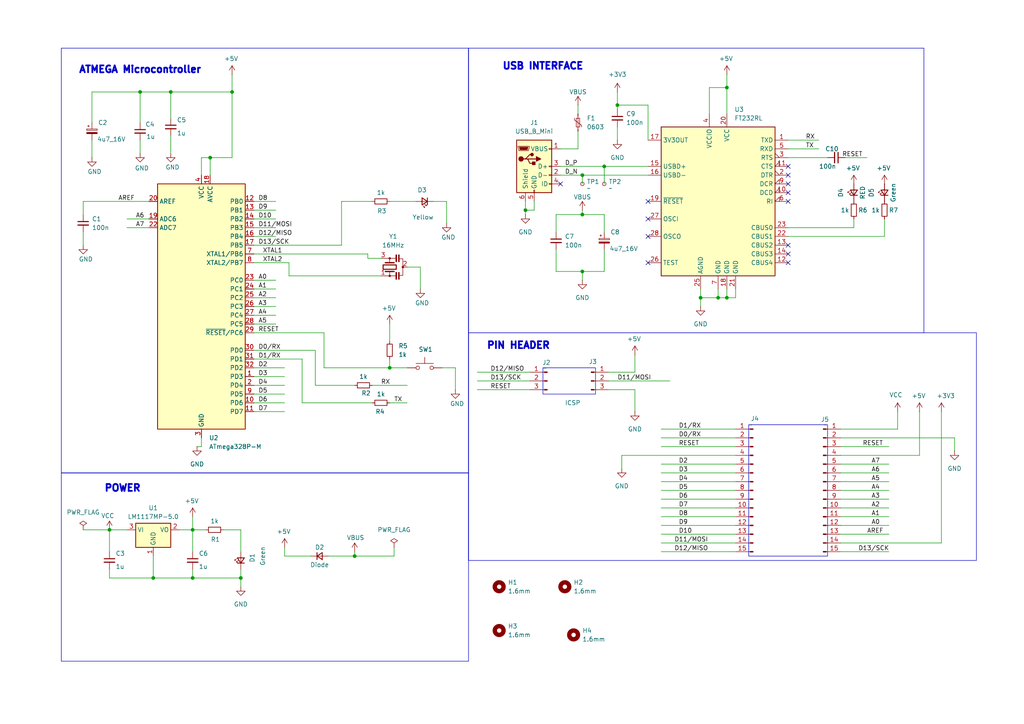
<source format=kicad_sch>
(kicad_sch (version 20231120) (generator "eeschema") (generator_version "8.0")
  (paper "A4")
  (lib_symbols
    (symbol "Connector:Conn_01x03_Pin" (pin_names (offset 1.016) hide)
      (property "Reference" "J" (at 0 5.08 0))
      (property "Value" "Conn_01x03_Pin" (at 0 -5.08 0))
      (symbol "Conn_01x03_Pin_1_1"
        (pin passive line (at 5.08 2.54 180) (length 3.81) (name "Pin_1") (number "1"))
        (pin passive line (at 5.08 0 180) (length 3.81) (name "Pin_2") (number "2"))
        (pin passive line (at 5.08 -2.54 180) (length 3.81) (name "Pin_3") (number "3"))
      )
    )
    (symbol "Connector:Conn_01x15_Pin" (pin_names (offset 1.016) hide)
      (property "Reference" "J" (at 0 20.32 0))
      (property "Value" "Conn_01x15_Pin" (at 0 -20.32 0))
      (symbol "Conn_01x15_Pin_1_1"
        (pin passive line (at 5.08 17.78 180) (length 3.81) (name "Pin_1") (number "1"))
        (pin passive line (at 5.08 -5.08 180) (length 3.81) (name "Pin_10") (number "10"))
        (pin passive line (at 5.08 -7.62 180) (length 3.81) (name "Pin_11") (number "11"))
        (pin passive line (at 5.08 -10.16 180) (length 3.81) (name "Pin_12") (number "12"))
        (pin passive line (at 5.08 -12.7 180) (length 3.81) (name "Pin_13") (number "13"))
        (pin passive line (at 5.08 -15.24 180) (length 3.81) (name "Pin_14") (number "14"))
        (pin passive line (at 5.08 -17.78 180) (length 3.81) (name "Pin_15") (number "15"))
        (pin passive line (at 5.08 15.24 180) (length 3.81) (name "Pin_2") (number "2"))
        (pin passive line (at 5.08 12.7 180) (length 3.81) (name "Pin_3") (number "3"))
        (pin passive line (at 5.08 10.16 180) (length 3.81) (name "Pin_4") (number "4"))
        (pin passive line (at 5.08 7.62 180) (length 3.81) (name "Pin_5") (number "5"))
        (pin passive line (at 5.08 5.08 180) (length 3.81) (name "Pin_6") (number "6"))
        (pin passive line (at 5.08 2.54 180) (length 3.81) (name "Pin_7") (number "7"))
        (pin passive line (at 5.08 0 180) (length 3.81) (name "Pin_8") (number "8"))
        (pin passive line (at 5.08 -2.54 180) (length 3.81) (name "Pin_9") (number "9"))
      )
    )
    (symbol "Connector:TestPoint_Small" (pin_numbers hide) (pin_names (offset 0.762) hide)
      (property "Reference" "TP" (at 0 3.81 0))
      (property "Value" "TestPoint_Small" (at 0 2.032 0))
      (symbol "TestPoint_Small_1_1"
        (pin passive line (at 0 0 90) (length 0) (name "1") (number "1"))
      )
    )
    (symbol "Connector:USB_B_Mini" (pin_names (offset 1.016))
      (property "Reference" "J" (at -5.08 11.43 0))
      (property "Value" "USB_B_Mini" (at -5.08 8.89 0))
      (symbol "USB_B_Mini_1_1"
        (pin power_out line (at 7.62 5.08 180) (length 2.54) (name "VBUS") (number "1"))
        (pin bidirectional line (at 7.62 -2.54 180) (length 2.54) (name "D-") (number "2"))
        (pin bidirectional line (at 7.62 0 180) (length 2.54) (name "D+") (number "3"))
        (pin passive line (at 7.62 -5.08 180) (length 2.54) (name "ID") (number "4"))
        (pin power_out line (at 0 -10.16 90) (length 2.54) (name "GND") (number "5"))
        (pin passive line (at -2.54 -10.16 90) (length 2.54) (name "Shield") (number "6"))
      )
    )
    (symbol "Device:C_Polarized_Small" (pin_numbers hide) (pin_names (offset 0.254) hide)
      (property "Reference" "C" (at 0.254 1.778 0))
      (property "Value" "C_Polarized_Small" (at 0.254 -2.032 0))
      (symbol "C_Polarized_Small_1_1"
        (pin passive line (at 0 2.54 270) (length 1.8542) (name "~") (number "1"))
        (pin passive line (at 0 -2.54 90) (length 1.8542) (name "~") (number "2"))
      )
    )
    (symbol "Device:C_Small" (pin_numbers hide) (pin_names (offset 0.254) hide)
      (property "Reference" "C" (at 0.254 1.778 0))
      (property "Value" "C_Small" (at 0.254 -2.032 0))
      (symbol "C_Small_1_1"
        (pin passive line (at 0 2.54 270) (length 2.032) (name "~") (number "1"))
        (pin passive line (at 0 -2.54 90) (length 2.032) (name "~") (number "2"))
      )
    )
    (symbol "Device:D_Small" (pin_numbers hide) (pin_names (offset 0.254) hide)
      (property "Reference" "D" (at -1.27 2.032 0))
      (property "Value" "D_Small" (at -3.81 -2.032 0))
      (symbol "D_Small_1_1"
        (pin passive line (at -2.54 0 0) (length 1.778) (name "K") (number "1"))
        (pin passive line (at 2.54 0 180) (length 1.778) (name "A") (number "2"))
      )
    )
    (symbol "Device:LED_Small" (pin_numbers hide) (pin_names (offset 0.254) hide)
      (property "Reference" "D" (at -1.27 3.175 0))
      (property "Value" "LED_Small" (at -4.445 -2.54 0))
      (symbol "LED_Small_1_1"
        (pin passive line (at -2.54 0 0) (length 1.778) (name "K") (number "1"))
        (pin passive line (at 2.54 0 180) (length 1.778) (name "A") (number "2"))
      )
    )
    (symbol "Device:Polyfuse_Small" (pin_numbers hide) (pin_names (offset 0))
      (property "Reference" "F" (at -1.905 0 90))
      (property "Value" "Polyfuse_Small" (at 1.905 0 90))
      (symbol "Polyfuse_Small_1_1"
        (pin passive line (at 0 2.54 270) (length 0.635) (name "~") (number "1"))
        (pin passive line (at 0 -2.54 90) (length 0.635) (name "~") (number "2"))
      )
    )
    (symbol "Device:R_Small" (pin_numbers hide) (pin_names (offset 0.254) hide)
      (property "Reference" "R" (at 0.762 0.508 0))
      (property "Value" "R_Small" (at 0.762 -1.016 0))
      (symbol "R_Small_1_1"
        (pin passive line (at 0 2.54 270) (length 0.762) (name "~") (number "1"))
        (pin passive line (at 0 -2.54 90) (length 0.762) (name "~") (number "2"))
      )
    )
    (symbol "Device:Resonator_Small" (pin_names (offset 1.016) hide)
      (property "Reference" "Y" (at 3.175 1.905 0))
      (property "Value" "Resonator_Small" (at 3.175 0 0))
      (symbol "Resonator_Small_1_1"
        (pin passive line (at -2.54 2.54 270) (length 1.27) (name "1") (number "1"))
        (pin passive line (at 0 -5.08 90) (length 1.27) (name "2") (number "2"))
        (pin passive line (at 2.54 2.54 270) (length 1.27) (name "3") (number "3"))
      )
    )
    (symbol "Interface_USB:FT232RL"
      (property "Reference" "U" (at -16.51 22.86 0))
      (property "Value" "FT232RL" (at 10.16 22.86 0))
      (symbol "FT232RL_1_1"
        (pin output line (at 20.32 17.78 180) (length 3.81) (name "TXD") (number "1"))
        (pin input input_low (at 20.32 2.54 180) (length 3.81) (name "DCD") (number "10"))
        (pin input input_low (at 20.32 10.16 180) (length 3.81) (name "CTS") (number "11"))
        (pin bidirectional line (at 20.32 -17.78 180) (length 3.81) (name "CBUS4") (number "12"))
        (pin bidirectional line (at 20.32 -12.7 180) (length 3.81) (name "CBUS2") (number "13"))
        (pin bidirectional line (at 20.32 -15.24 180) (length 3.81) (name "CBUS3") (number "14"))
        (pin bidirectional line (at -20.32 10.16 0) (length 3.81) (name "USBD+") (number "15"))
        (pin bidirectional line (at -20.32 7.62 0) (length 3.81) (name "USBD-") (number "16"))
        (pin power_out line (at -20.32 17.78 0) (length 3.81) (name "3V3OUT") (number "17"))
        (pin power_in line (at 2.54 -25.4 90) (length 3.81) (name "GND") (number "18"))
        (pin input line (at -20.32 0 0) (length 3.81) (name "~{RESET}") (number "19"))
        (pin output output_low (at 20.32 7.62 180) (length 3.81) (name "DTR") (number "2"))
        (pin power_in line (at 2.54 25.4 270) (length 3.81) (name "VCC") (number "20"))
        (pin power_in line (at 5.08 -25.4 90) (length 3.81) (name "GND") (number "21"))
        (pin bidirectional line (at 20.32 -10.16 180) (length 3.81) (name "CBUS1") (number "22"))
        (pin bidirectional line (at 20.32 -7.62 180) (length 3.81) (name "CBUS0") (number "23"))
        (pin power_in line (at -5.08 -25.4 90) (length 3.81) (name "AGND") (number "25"))
        (pin input line (at -20.32 -17.78 0) (length 3.81) (name "TEST") (number "26"))
        (pin input line (at -20.32 -5.08 0) (length 3.81) (name "OSCI") (number "27"))
        (pin output line (at -20.32 -10.16 0) (length 3.81) (name "OSCO") (number "28"))
        (pin output output_low (at 20.32 12.7 180) (length 3.81) (name "RTS") (number "3"))
        (pin power_in line (at -2.54 25.4 270) (length 3.81) (name "VCCIO") (number "4"))
        (pin input line (at 20.32 15.24 180) (length 3.81) (name "RXD") (number "5"))
        (pin input input_low (at 20.32 0 180) (length 3.81) (name "RI") (number "6"))
        (pin power_in line (at 0 -25.4 90) (length 3.81) (name "GND") (number "7"))
        (pin input input_low (at 20.32 5.08 180) (length 3.81) (name "DCR") (number "9"))
      )
    )
    (symbol "MCU_Microchip_ATmega:ATmega328P-M"
      (property "Reference" "U" (at -12.7 36.83 0))
      (property "Value" "ATmega328P-M" (at 2.54 -36.83 0))
      (symbol "ATmega328P-M_1_1"
        (pin bidirectional line (at 15.24 -20.32 180) (length 2.54) (name "PD3") (number "1"))
        (pin bidirectional line (at 15.24 -27.94 180) (length 2.54) (name "PD6") (number "10"))
        (pin bidirectional line (at 15.24 -30.48 180) (length 2.54) (name "PD7") (number "11"))
        (pin bidirectional line (at 15.24 30.48 180) (length 2.54) (name "PB0") (number "12"))
        (pin bidirectional line (at 15.24 27.94 180) (length 2.54) (name "PB1") (number "13"))
        (pin bidirectional line (at 15.24 25.4 180) (length 2.54) (name "PB2") (number "14"))
        (pin bidirectional line (at 15.24 22.86 180) (length 2.54) (name "PB3") (number "15"))
        (pin bidirectional line (at 15.24 20.32 180) (length 2.54) (name "PB4") (number "16"))
        (pin bidirectional line (at 15.24 17.78 180) (length 2.54) (name "PB5") (number "17"))
        (pin power_in line (at 2.54 38.1 270) (length 2.54) (name "AVCC") (number "18"))
        (pin input line (at -15.24 25.4 0) (length 2.54) (name "ADC6") (number "19"))
        (pin bidirectional line (at 15.24 -22.86 180) (length 2.54) (name "PD4") (number "2"))
        (pin passive line (at -15.24 30.48 0) (length 2.54) (name "AREF") (number "20"))
        (pin passive line (at 0 -38.1 90) (length 2.54) hide (name "GND") (number "21"))
        (pin input line (at -15.24 22.86 0) (length 2.54) (name "ADC7") (number "22"))
        (pin bidirectional line (at 15.24 7.62 180) (length 2.54) (name "PC0") (number "23"))
        (pin bidirectional line (at 15.24 5.08 180) (length 2.54) (name "PC1") (number "24"))
        (pin bidirectional line (at 15.24 2.54 180) (length 2.54) (name "PC2") (number "25"))
        (pin bidirectional line (at 15.24 0 180) (length 2.54) (name "PC3") (number "26"))
        (pin bidirectional line (at 15.24 -2.54 180) (length 2.54) (name "PC4") (number "27"))
        (pin bidirectional line (at 15.24 -5.08 180) (length 2.54) (name "PC5") (number "28"))
        (pin bidirectional line (at 15.24 -7.62 180) (length 2.54) (name "~{RESET}/PC6") (number "29"))
        (pin power_in line (at 0 -38.1 90) (length 2.54) (name "GND") (number "3"))
        (pin bidirectional line (at 15.24 -12.7 180) (length 2.54) (name "PD0") (number "30"))
        (pin bidirectional line (at 15.24 -15.24 180) (length 2.54) (name "PD1") (number "31"))
        (pin bidirectional line (at 15.24 -17.78 180) (length 2.54) (name "PD2") (number "32"))
        (pin passive line (at 0 -38.1 90) (length 2.54) hide (name "GND") (number "33"))
        (pin power_in line (at 0 38.1 270) (length 2.54) (name "VCC") (number "4"))
        (pin passive line (at 0 -38.1 90) (length 2.54) hide (name "GND") (number "5"))
        (pin passive line (at 0 38.1 270) (length 2.54) hide (name "VCC") (number "6"))
        (pin bidirectional line (at 15.24 15.24 180) (length 2.54) (name "XTAL1/PB6") (number "7"))
        (pin bidirectional line (at 15.24 12.7 180) (length 2.54) (name "XTAL2/PB7") (number "8"))
        (pin bidirectional line (at 15.24 -25.4 180) (length 2.54) (name "PD5") (number "9"))
      )
    )
    (symbol "Mechanical:MountingHole" (pin_names (offset 1.016)) (exclude_from_sim yes) (in_bom no)
      (property "Reference" "H" (at 0 5.08 0))
      (property "Value" "MountingHole" (at 0 3.175 0))
    )
    (symbol "Regulator_Linear:LM1117MP-5.0"
      (property "Reference" "U" (at -3.81 3.175 0))
      (property "Value" "LM1117MP-5.0" (at 0 3.175 0))
      (symbol "LM1117MP-5.0_1_1"
        (pin power_in line (at 0 -7.62 90) (length 2.54) (name "GND") (number "1"))
        (pin power_out line (at 7.62 0 180) (length 2.54) (name "VO") (number "2"))
        (pin power_in line (at -7.62 0 0) (length 2.54) (name "VI") (number "3"))
      )
    )
    (symbol "Switch:SW_Push" (pin_numbers hide) (pin_names (offset 1.016) hide)
      (property "Reference" "SW" (at 1.27 2.54 0))
      (property "Value" "SW_Push" (at 0 -1.524 0))
      (symbol "SW_Push_0_1"
        (pin passive line (at -5.08 0 0) (length 2.54) (name "1") (number "1"))
        (pin passive line (at 5.08 0 180) (length 2.54) (name "2") (number "2"))
      )
    )
    (symbol "power:+3V3" (power) (pin_numbers hide) (pin_names (offset 0) hide)
      (property "Value" "+3V3" (at 0 3.556 0))
      (symbol "+3V3_1_1"
        (pin power_in line (at 0 0 90) (length 0) (name "~") (number "1"))
      )
    )
    (symbol "power:+5V" (power) (pin_numbers hide) (pin_names (offset 0) hide)
      (property "Value" "+5V" (at 0 3.556 0))
      (symbol "+5V_1_1"
        (pin power_in line (at 0 0 90) (length 0) (name "~") (number "1"))
      )
    )
    (symbol "power:GND" (power) (pin_numbers hide) (pin_names (offset 0) hide)
      (property "Value" "GND" (at 0 -3.81 0))
      (symbol "GND_1_1"
        (pin power_in line (at 0 0 270) (length 0) (name "~") (number "1"))
      )
    )
    (symbol "power:PWR_FLAG" (power) (pin_numbers hide) (pin_names (offset 0) hide)
      (property "Value" "PWR_FLAG" (at 0 3.81 0))
      (symbol "PWR_FLAG_0_0"
        (pin power_out line (at 0 0 90) (length 0) (name "~") (number "1"))
      )
    )
    (symbol "power:VBUS" (power) (pin_numbers hide) (pin_names (offset 0) hide)
      (property "Value" "VBUS" (at 0 3.556 0))
      (symbol "VBUS_1_1"
        (pin power_in line (at 0 0 90) (length 0) (name "~") (number "1"))
      )
    )
    (symbol "power:VCC" (power) (pin_numbers hide) (pin_names (offset 0) hide)
      (property "Value" "VCC" (at 0 3.556 0))
      (symbol "VCC_1_1"
        (pin power_in line (at 0 0 90) (length 0) (name "~") (number "1"))
      )
    )
  )
  (junction (at 168.91 78.74))
  (junction (at 203.2 86.36))
  (junction (at 210.82 25.4))
  (junction (at 69.85 167.64))
  (junction (at 168.91 50.8))
  (junction (at 113.03 106.68))
  (junction (at 31.75 153.67))
  (junction (at 40.64 26.67))
  (junction (at 210.82 86.36))
  (junction (at 55.88 153.67))
  (junction (at 49.53 26.67))
  (junction (at 102.87 161.29))
  (junction (at 55.88 167.64))
  (junction (at 44.45 167.64))
  (junction (at 208.28 86.36))
  (junction (at 175.26 48.26))
  (junction (at 152.4 60.96))
  (junction (at 60.96 45.72))
  (junction (at 179.07 30.48))
  (junction (at 168.91 62.23))
  (junction (at 67.31 26.67))
  (no_connect (at 228.6 55.88))
  (no_connect (at 187.96 58.42))
  (no_connect (at 228.6 50.8))
  (no_connect (at 228.6 53.34))
  (no_connect (at 187.96 76.2))
  (no_connect (at 228.6 71.12))
  (no_connect (at 187.96 63.5))
  (no_connect (at 228.6 48.26))
  (no_connect (at 228.6 73.66))
  (no_connect (at 228.6 76.2))
  (no_connect (at 228.6 58.42))
  (no_connect (at 162.56 53.34))
  (no_connect (at 187.96 68.58))
  (wire (pts (xy 107.95 111.76) (xy 118.11 111.76)))
  (wire (pts (xy 102.87 161.29) (xy 95.25 161.29)))
  (wire (pts (xy 55.88 165.1) (xy 55.88 167.64)))
  (wire (pts (xy 243.84 157.48) (xy 273.05 157.48)))
  (wire (pts (xy 243.84 129.54) (xy 257.81 129.54)))
  (wire (pts (xy 125.73 58.42) (xy 129.54 58.42)))
  (wire (pts (xy 138.43 113.03) (xy 153.67 113.03)))
  (wire (pts (xy 210.82 25.4) (xy 205.74 25.4)))
  (wire (pts (xy 73.66 93.98) (xy 80.01 93.98)))
  (wire (pts (xy 176.53 113.03) (xy 184.15 113.03)))
  (wire (pts (xy 73.66 119.38) (xy 82.55 119.38)))
  (wire (pts (xy 161.29 78.74) (xy 168.91 78.74)))
  (wire (pts (xy 167.64 43.18) (xy 162.56 43.18)))
  (wire (pts (xy 73.66 60.96) (xy 80.01 60.96)))
  (wire (pts (xy 121.92 77.47) (xy 121.92 83.82)))
  (wire (pts (xy 191.77 152.4) (xy 213.36 152.4)))
  (wire (pts (xy 260.35 124.46) (xy 260.35 119.38)))
  (wire (pts (xy 40.64 26.67) (xy 40.64 35.56)))
  (wire (pts (xy 58.42 45.72) (xy 60.96 45.72)))
  (wire (pts (xy 168.91 50.8) (xy 187.96 50.8)))
  (wire (pts (xy 175.26 78.74) (xy 175.26 72.39)))
  (wire (pts (xy 161.29 67.31) (xy 161.29 62.23)))
  (wire (pts (xy 129.54 58.42) (xy 129.54 64.77)))
  (wire (pts (xy 247.65 66.04) (xy 247.65 63.5)))
  (wire (pts (xy 203.2 83.82) (xy 203.2 86.36)))
  (wire (pts (xy 179.07 36.83) (xy 179.07 40.64)))
  (wire (pts (xy 73.66 111.76) (xy 82.55 111.76)))
  (wire (pts (xy 243.84 132.08) (xy 266.7 132.08)))
  (wire (pts (xy 49.53 39.37) (xy 49.53 44.45)))
  (wire (pts (xy 73.66 109.22) (xy 82.55 109.22)))
  (wire (pts (xy 73.66 106.68) (xy 82.55 106.68)))
  (wire (pts (xy 266.7 119.38) (xy 266.7 132.08)))
  (wire (pts (xy 49.53 26.67) (xy 49.53 34.29)))
  (wire (pts (xy 73.66 71.12) (xy 99.06 71.12)))
  (wire (pts (xy 191.77 144.78) (xy 213.36 144.78)))
  (wire (pts (xy 73.66 116.84) (xy 82.55 116.84)))
  (wire (pts (xy 168.91 50.8) (xy 168.91 53.34)))
  (wire (pts (xy 154.94 60.96) (xy 152.4 60.96)))
  (wire (pts (xy 243.84 139.7) (xy 257.81 139.7)))
  (wire (pts (xy 191.77 127) (xy 213.36 127)))
  (wire (pts (xy 118.11 77.47) (xy 121.92 77.47)))
  (wire (pts (xy 93.98 106.68) (xy 113.03 106.68)))
  (wire (pts (xy 213.36 160.02) (xy 191.77 160.02)))
  (wire (pts (xy 168.91 60.96) (xy 168.91 62.23)))
  (wire (pts (xy 175.26 48.26) (xy 187.96 48.26)))
  (wire (pts (xy 243.84 127) (xy 276.86 127)))
  (wire (pts (xy 99.06 58.42) (xy 107.95 58.42)))
  (wire (pts (xy 205.74 25.4) (xy 205.74 33.02)))
  (wire (pts (xy 67.31 26.67) (xy 49.53 26.67)))
  (wire (pts (xy 44.45 161.29) (xy 44.45 167.64)))
  (wire (pts (xy 113.03 106.68) (xy 118.11 106.68)))
  (wire (pts (xy 243.84 144.78) (xy 257.81 144.78)))
  (wire (pts (xy 191.77 134.62) (xy 213.36 134.62)))
  (wire (pts (xy 243.84 154.94) (xy 257.81 154.94)))
  (wire (pts (xy 69.85 160.02) (xy 69.85 153.67)))
  (wire (pts (xy 175.26 48.26) (xy 175.26 53.34)))
  (wire (pts (xy 184.15 107.95) (xy 184.15 102.87)))
  (wire (pts (xy 73.66 63.5) (xy 80.01 63.5)))
  (wire (pts (xy 208.28 83.82) (xy 208.28 86.36)))
  (wire (pts (xy 113.03 58.42) (xy 120.65 58.42)))
  (wire (pts (xy 256.54 68.58) (xy 256.54 63.5)))
  (wire (pts (xy 73.66 58.42) (xy 80.01 58.42)))
  (wire (pts (xy 114.3 161.29) (xy 102.87 161.29)))
  (wire (pts (xy 228.6 43.18) (xy 237.49 43.18)))
  (wire (pts (xy 228.6 68.58) (xy 256.54 68.58)))
  (wire (pts (xy 55.88 153.67) (xy 55.88 160.02)))
  (wire (pts (xy 90.17 161.29) (xy 82.55 161.29)))
  (wire (pts (xy 243.84 147.32) (xy 257.81 147.32)))
  (wire (pts (xy 180.34 132.08) (xy 180.34 135.89)))
  (wire (pts (xy 55.88 167.64) (xy 69.85 167.64)))
  (wire (pts (xy 102.87 160.02) (xy 102.87 161.29)))
  (wire (pts (xy 243.84 124.46) (xy 260.35 124.46)))
  (wire (pts (xy 67.31 45.72) (xy 67.31 26.67)))
  (wire (pts (xy 162.56 50.8) (xy 168.91 50.8)))
  (wire (pts (xy 73.66 83.82) (xy 80.01 83.82)))
  (wire (pts (xy 87.63 116.84) (xy 107.95 116.84)))
  (wire (pts (xy 73.66 88.9) (xy 80.01 88.9)))
  (wire (pts (xy 138.43 110.49) (xy 153.67 110.49)))
  (wire (pts (xy 210.82 83.82) (xy 210.82 86.36)))
  (wire (pts (xy 55.88 153.67) (xy 59.69 153.67)))
  (wire (pts (xy 40.64 40.64) (xy 40.64 44.45)))
  (wire (pts (xy 152.4 58.42) (xy 152.4 60.96)))
  (wire (pts (xy 31.75 153.67) (xy 36.83 153.67)))
  (wire (pts (xy 179.07 26.67) (xy 179.07 30.48)))
  (wire (pts (xy 31.75 165.1) (xy 31.75 167.64)))
  (wire (pts (xy 152.4 60.96) (xy 152.4 62.23)))
  (wire (pts (xy 161.29 62.23) (xy 168.91 62.23)))
  (wire (pts (xy 91.44 111.76) (xy 102.87 111.76)))
  (wire (pts (xy 154.94 58.42) (xy 154.94 60.96)))
  (wire (pts (xy 175.26 62.23) (xy 175.26 67.31)))
  (wire (pts (xy 31.75 167.64) (xy 44.45 167.64)))
  (wire (pts (xy 243.84 142.24) (xy 257.81 142.24)))
  (wire (pts (xy 73.66 81.28) (xy 80.01 81.28)))
  (wire (pts (xy 83.82 80.01) (xy 110.49 80.01)))
  (wire (pts (xy 58.42 127) (xy 58.42 129.54)))
  (wire (pts (xy 167.64 30.48) (xy 167.64 33.02)))
  (wire (pts (xy 228.6 45.72) (xy 240.03 45.72)))
  (wire (pts (xy 73.66 86.36) (xy 80.01 86.36)))
  (wire (pts (xy 203.2 86.36) (xy 203.2 88.9)))
  (wire (pts (xy 60.96 45.72) (xy 67.31 45.72)))
  (wire (pts (xy 67.31 21.59) (xy 67.31 26.67)))
  (wire (pts (xy 26.67 26.67) (xy 26.67 35.56)))
  (wire (pts (xy 113.03 93.98) (xy 113.03 99.06)))
  (wire (pts (xy 58.42 50.8) (xy 58.42 45.72)))
  (wire (pts (xy 161.29 72.39) (xy 161.29 78.74)))
  (wire (pts (xy 276.86 127) (xy 276.86 130.81)))
  (wire (pts (xy 114.3 158.75) (xy 114.3 161.29)))
  (wire (pts (xy 106.68 74.93) (xy 110.49 74.93)))
  (wire (pts (xy 213.36 86.36) (xy 210.82 86.36)))
  (wire (pts (xy 210.82 33.02) (xy 210.82 25.4)))
  (wire (pts (xy 191.77 157.48) (xy 213.36 157.48)))
  (wire (pts (xy 73.66 91.44) (xy 80.01 91.44)))
  (wire (pts (xy 43.18 58.42) (xy 24.13 58.42)))
  (wire (pts (xy 176.53 107.95) (xy 184.15 107.95)))
  (wire (pts (xy 179.07 30.48) (xy 187.96 30.48)))
  (wire (pts (xy 69.85 153.67) (xy 64.77 153.67)))
  (wire (pts (xy 55.88 149.86) (xy 55.88 153.67)))
  (wire (pts (xy 243.84 160.02) (xy 257.81 160.02)))
  (wire (pts (xy 73.66 76.2) (xy 83.82 76.2)))
  (wire (pts (xy 52.07 153.67) (xy 55.88 153.67)))
  (wire (pts (xy 273.05 119.38) (xy 273.05 157.48)))
  (wire (pts (xy 251.46 45.72) (xy 245.11 45.72)))
  (wire (pts (xy 191.77 154.94) (xy 213.36 154.94)))
  (wire (pts (xy 83.82 80.01) (xy 83.82 76.2)))
  (wire (pts (xy 184.15 113.03) (xy 184.15 119.38)))
  (wire (pts (xy 36.83 66.04) (xy 43.18 66.04)))
  (wire (pts (xy 69.85 165.1) (xy 69.85 167.64)))
  (wire (pts (xy 138.43 107.95) (xy 153.67 107.95)))
  (wire (pts (xy 73.66 66.04) (xy 80.01 66.04)))
  (wire (pts (xy 191.77 139.7) (xy 213.36 139.7)))
  (wire (pts (xy 213.36 83.82) (xy 213.36 86.36)))
  (wire (pts (xy 73.66 96.52) (xy 93.98 96.52)))
  (wire (pts (xy 73.66 104.14) (xy 87.63 104.14)))
  (wire (pts (xy 243.84 149.86) (xy 257.81 149.86)))
  (wire (pts (xy 168.91 78.74) (xy 168.91 81.28)))
  (wire (pts (xy 208.28 86.36) (xy 203.2 86.36)))
  (wire (pts (xy 60.96 50.8) (xy 60.96 45.72)))
  (wire (pts (xy 24.13 58.42) (xy 24.13 62.23)))
  (wire (pts (xy 210.82 86.36) (xy 208.28 86.36)))
  (wire (pts (xy 26.67 40.64) (xy 26.67 45.72)))
  (wire (pts (xy 31.75 153.67) (xy 31.75 160.02)))
  (wire (pts (xy 99.06 71.12) (xy 99.06 58.42)))
  (wire (pts (xy 168.91 78.74) (xy 175.26 78.74)))
  (wire (pts (xy 73.66 114.3) (xy 82.55 114.3)))
  (wire (pts (xy 113.03 104.14) (xy 113.03 106.68)))
  (wire (pts (xy 106.68 73.66) (xy 106.68 74.93)))
  (wire (pts (xy 191.77 147.32) (xy 213.36 147.32)))
  (wire (pts (xy 191.77 124.46) (xy 213.36 124.46)))
  (wire (pts (xy 191.77 142.24) (xy 213.36 142.24)))
  (wire (pts (xy 40.64 26.67) (xy 26.67 26.67)))
  (wire (pts (xy 168.91 62.23) (xy 175.26 62.23)))
  (wire (pts (xy 191.77 149.86) (xy 213.36 149.86)))
  (wire (pts (xy 162.56 48.26) (xy 175.26 48.26)))
  (wire (pts (xy 228.6 40.64) (xy 237.49 40.64)))
  (wire (pts (xy 24.13 153.67) (xy 31.75 153.67)))
  (wire (pts (xy 113.03 116.84) (xy 118.11 116.84)))
  (wire (pts (xy 210.82 21.59) (xy 210.82 25.4)))
  (wire (pts (xy 73.66 101.6) (xy 91.44 101.6)))
  (wire (pts (xy 87.63 104.14) (xy 87.63 116.84)))
  (wire (pts (xy 167.64 43.18) (xy 167.64 38.1)))
  (wire (pts (xy 73.66 68.58) (xy 80.01 68.58)))
  (wire (pts (xy 44.45 167.64) (xy 55.88 167.64)))
  (wire (pts (xy 132.08 106.68) (xy 128.27 106.68)))
  (wire (pts (xy 69.85 167.64) (xy 69.85 170.18)))
  (wire (pts (xy 93.98 106.68) (xy 93.98 96.52)))
  (wire (pts (xy 132.08 113.03) (xy 132.08 106.68)))
  (wire (pts (xy 82.55 161.29) (xy 82.55 158.75)))
  (wire (pts (xy 24.13 67.31) (xy 24.13 71.12)))
  (wire (pts (xy 191.77 137.16) (xy 213.36 137.16)))
  (wire (pts (xy 180.34 132.08) (xy 213.36 132.08)))
  (wire (pts (xy 243.84 137.16) (xy 257.81 137.16)))
  (wire (pts (xy 36.83 63.5) (xy 43.18 63.5)))
  (wire (pts (xy 228.6 66.04) (xy 247.65 66.04)))
  (wire (pts (xy 57.15 129.54) (xy 58.42 129.54)))
  (wire (pts (xy 176.53 110.49) (xy 194.31 110.49)))
  (wire (pts (xy 91.44 101.6) (xy 91.44 111.76)))
  (wire (pts (xy 243.84 134.62) (xy 257.81 134.62)))
  (wire (pts (xy 243.84 152.4) (xy 257.81 152.4)))
  (wire (pts (xy 49.53 26.67) (xy 40.64 26.67)))
  (wire (pts (xy 191.77 129.54) (xy 213.36 129.54)))
  (wire (pts (xy 73.66 73.66) (xy 106.68 73.66)))
  (wire (pts (xy 179.07 30.48) (xy 179.07 31.75)))
  (wire (pts (xy 187.96 30.48) (xy 187.96 40.64)))
  (rectangle (start 135.89 13.97) (end 267.97 96.52))
  (rectangle (start 17.78 13.97) (end 135.89 137.16))
  (rectangle (start 217.17 123.19) (end 240.03 161.29))
  (rectangle (start 17.78 137.16) (end 135.89 191.77))
  (rectangle (start 157.48 106.68) (end 172.72 114.3))
  (rectangle (start 135.89 96.52) (end 283.21 162.56))
  (text "ATMEGA Microcontroller" (at 40.64 20.32 0) (effects (font (size 2 2) (thickness 0.5) (bold yes))))
  (text "PIN HEADER" (at 150.368 100.33 0) (effects (font (size 2 2) (thickness 0.5) (bold yes))))
  (text "USB INTERFACE" (at 157.48 19.304 0) (effects (font (size 2 2) (thickness 0.5) (bold yes))))
  (text "POWER" (at 35.56 141.732 0) (effects (font (size 2 2) (thickness 0.5) (bold yes))))
  (label "RESET" (at 74.93 96.52 0))
  (label "D4" (at 74.93 111.76 0))
  (label "RX" (at 233.68 40.64 0))
  (label "A2" (at 74.93 86.36 0))
  (label "AREF" (at 251.46 154.94 0))
  (label "D8" (at 74.93 58.42 0))
  (label "D13{slash}SCK" (at 142.24 110.49 0))
  (label "D1{slash}RX" (at 196.85 124.46 0))
  (label "A5" (at 74.93 93.98 0))
  (label "D9" (at 74.93 60.96 0))
  (label "D12{slash}MISO" (at 142.24 107.95 0))
  (label "A2" (at 252.73 147.32 0))
  (label "D12{slash}MISO" (at 195.58 160.02 0))
  (label "D9" (at 196.85 152.4 0))
  (label "D7" (at 74.93 119.38 0))
  (label "D_P" (at 163.83 48.26 0))
  (label "D10" (at 74.93 63.5 0))
  (label "A1" (at 74.93 83.82 0))
  (label "D2" (at 74.93 106.68 0))
  (label "A7" (at 39.37 66.04 0))
  (label "D11{slash}MOSI" (at 179.07 110.49 0))
  (label "RESET" (at 250.19 45.72 180))
  (label "A3" (at 252.73 144.78 0))
  (label "D4" (at 196.85 139.7 0))
  (label "XTAL1" (at 76.2 73.66 0))
  (label "A1" (at 252.73 149.86 0))
  (label "XTAL2" (at 76.2 76.2 0))
  (label "D0{slash}RX" (at 196.85 127 0))
  (label "D3" (at 74.93 109.22 0))
  (label "D6" (at 74.93 116.84 0))
  (label "D2" (at 196.85 134.62 0))
  (label "D7" (at 196.85 147.32 0))
  (label "A3" (at 74.93 88.9 0))
  (label "A5" (at 252.73 139.7 0))
  (label "TX" (at 114.3 116.84 0))
  (label "D13{slash}SCK" (at 248.92 160.02 0))
  (label "D11{slash}MOSI" (at 74.93 66.04 0))
  (label "D3" (at 196.85 137.16 0))
  (label "D11{slash}MOSI" (at 195.58 157.48 0))
  (label "RESET" (at 142.24 113.03 0))
  (label "D13{slash}SCK" (at 74.93 71.12 0))
  (label "A0" (at 74.93 81.28 0))
  (label "D12{slash}MISO" (at 74.93 68.58 0))
  (label "TX" (at 233.68 43.18 0))
  (label "A4" (at 252.73 142.24 0))
  (label "D8" (at 196.85 149.86 0))
  (label "RX" (at 110.49 111.76 0))
  (label "D5" (at 196.85 142.24 0))
  (label "RESET" (at 196.85 129.54 0))
  (label "A7" (at 252.73 134.62 0))
  (label "AREF" (at 34.29 58.42 0))
  (label "D1{slash}RX" (at 74.93 104.14 0))
  (label "D_N" (at 163.83 50.8 0))
  (label "D0{slash}RX" (at 74.93 101.6 0))
  (label "A4" (at 74.93 91.44 0))
  (label "A6" (at 252.73 137.16 0))
  (label "D6" (at 196.85 144.78 0))
  (label "D10" (at 196.85 154.94 0))
  (label "D5" (at 74.93 114.3 0))
  (label "A0" (at 252.73 152.4 0))
  (label "RESET" (at 250.19 129.54 0))
  (label "A6" (at 39.37 63.5 0))
  (symbol (lib_id "Connector:USB_B_Mini") (at 154.94 48.26 0) (unit 1)
    (property "Reference" "J1" (at 154.94 35.56 0))
    (property "Value" "USB_B_Mini" (at 154.94 38.1 0))
    (property "Footprint" "Connector_USB:USB_Mini-B_Lumberg_2486_01_Horizontal" (effects (hide yes)))
    (property "Description" "USB Mini Type B connector" (effects (hide yes)))
  )
  (symbol (lib_id "Connector:Conn_01x15_Pin") (at 218.44 142.24 0) (mirror y) (unit 1)
    (property "Reference" "J4" (at 218.948 121.412 0))
    (property "Value" "~" (at 217.805 123.19 0))
    (property "Footprint" "Connector_PinHeader_2.54mm:PinHeader_1x15_P2.54mm_Vertical" (effects (hide yes)))
    (property "Description" "Generic connector, single row, 01x15, script generated" (effects (hide yes)))
  )
  (symbol (lib_id "Device:Polyfuse_Small") (at 167.64 35.56 0) (unit 1)
    (property "Reference" "F1" (at 170.18 34.2899 0) (effects (justify left)))
    (property "Value" "0603" (at 170.18 36.8299 0) (effects (justify left)))
    (property "Footprint" "Diode_SMD:D_0603_1608Metric" (effects (hide yes)))
    (property "Description" "Resettable fuse, polymeric positive temperature coefficient, small symbol" (effects (hide yes)))
  )
  (symbol (lib_id "power:GND") (at 168.91 81.28 0) (unit 1)
    (property "Reference" "#PWR019" (effects (hide yes)))
    (property "Value" "GND" (at 168.91 86.36 0))
    (property "Description" "Power symbol creates a global label with name \"GND\" , ground" (effects (hide yes)))
  )
  (symbol (lib_id "power:+5V") (at 266.7 119.38 0) (unit 1)
    (property "Reference" "#PWR030" (effects (hide yes)))
    (property "Value" "+5V" (at 266.446 114.808 0))
    (property "Description" "Power symbol creates a global label with name \"+5V\"" (effects (hide yes)))
  )
  (symbol (lib_id "power:+5V") (at 184.15 102.87 0) (unit 1)
    (property "Reference" "#PWR023" (effects (hide yes)))
    (property "Value" "+5V" (at 183.896 98.298 0))
    (property "Description" "Power symbol creates a global label with name \"+5V\"" (effects (hide yes)))
  )
  (symbol (lib_id "Connector:TestPoint_Small") (at 175.26 53.34 0) (unit 1)
    (property "Reference" "TP2" (at 176.53 52.7049 0) (effects (justify left)))
    (property "Value" "~" (at 176.53 54.61 0) (effects (justify left)))
    (property "Footprint" "TestPoint:TestPoint_Pad_D1.0mm" (effects (hide yes)))
    (property "Description" "test point" (effects (hide yes)))
  )
  (symbol (lib_id "Mechanical:MountingHole") (at 163.83 170.18 0) (unit 1) (exclude_from_sim yes) (in_bom no)
    (property "Reference" "H2" (at 166.37 168.9099 0) (effects (justify left)))
    (property "Value" "1.6mm" (at 166.37 171.4499 0) (effects (justify left)))
    (property "Footprint" "MountingHole:MountingHole_2mm" (effects (hide yes)))
    (property "Description" "Mounting Hole without connection" (effects (hide yes)))
  )
  (symbol (lib_id "power:GND") (at 184.15 119.38 0) (unit 1)
    (property "Reference" "#PWR024" (effects (hide yes)))
    (property "Value" "GND" (at 184.15 124.46 0))
    (property "Description" "Power symbol creates a global label with name \"GND\" , ground" (effects (hide yes)))
  )
  (symbol (lib_id "Device:C_Polarized_Small") (at 175.26 69.85 0) (unit 1)
    (property "Reference" "C8" (at 177.038 67.31 0) (effects (justify left)))
    (property "Value" "4u7_16V" (at 176.784 72.136 0) (effects (justify left)))
    (property "Footprint" "Capacitor_Tantalum_SMD:CP_EIA-3216-10_Kemet-I" (effects (hide yes)))
    (property "Description" "Polarized capacitor, small symbol" (effects (hide yes)))
  )
  (symbol (lib_id "Device:D_Small") (at 92.71 161.29 0) (unit 1)
    (property "Reference" "D2" (at 92.71 158.75 0))
    (property "Value" "Diode" (at 92.71 163.83 0))
    (property "Footprint" "Diode_SMD:D_MicroSMP_AK" (effects (hide yes)))
    (property "Description" "Diode, small symbol" (effects (hide yes)))
    (property "Sim.Device" "D" (effects (hide yes)))
    (property "Sim.Pins" "1=K 2=A" (effects (hide yes)))
  )
  (symbol (lib_id "Mechanical:MountingHole") (at 144.78 182.88 0) (unit 1) (exclude_from_sim yes) (in_bom no)
    (property "Reference" "H3" (at 147.32 181.6099 0) (effects (justify left)))
    (property "Value" "1.6mm" (at 147.32 184.1499 0) (effects (justify left)))
    (property "Footprint" "MountingHole:MountingHole_2mm" (effects (hide yes)))
    (property "Description" "Mounting Hole without connection" (effects (hide yes)))
  )
  (symbol (lib_id "power:GND") (at 129.54 64.77 0) (unit 1)
    (property "Reference" "#PWR014" (effects (hide yes)))
    (property "Value" "GND" (at 130.048 68.834 0))
    (property "Description" "Power symbol creates a global label with name \"GND\" , ground" (effects (hide yes)))
  )
  (symbol (lib_id "power:GND") (at 179.07 40.64 0) (unit 1)
    (property "Reference" "#PWR021" (effects (hide yes)))
    (property "Value" "GND" (at 179.07 45.72 0))
    (property "Description" "Power symbol creates a global label with name \"GND\" , ground" (effects (hide yes)))
  )
  (symbol (lib_id "power:+5V") (at 82.55 158.75 0) (unit 1)
    (property "Reference" "#PWR010" (effects (hide yes)))
    (property "Value" "+5V" (at 82.296 154.178 0))
    (property "Description" "Power symbol creates a global label with name \"+5V\"" (effects (hide yes)))
  )
  (symbol (lib_id "power:GND") (at 69.85 170.18 0) (unit 1)
    (property "Reference" "#PWR09" (effects (hide yes)))
    (property "Value" "GND" (at 69.85 175.26 0))
    (property "Description" "Power symbol creates a global label with name \"GND\" , ground" (effects (hide yes)))
  )
  (symbol (lib_id "power:VCC") (at 260.35 119.38 0) (unit 1)
    (property "Reference" "#PWR029" (effects (hide yes)))
    (property "Value" "VCC" (at 259.842 114.554 0))
    (property "Description" "Power symbol creates a global label with name \"VCC\"" (effects (hide yes)))
  )
  (symbol (lib_id "power:GND") (at 203.2 88.9 0) (unit 1)
    (property "Reference" "#PWR025" (effects (hide yes)))
    (property "Value" "GND" (at 203.2 93.98 0))
    (property "Description" "Power symbol creates a global label with name \"GND\" , ground" (effects (hide yes)))
  )
  (symbol (lib_id "power:+5V") (at 55.88 149.86 0) (unit 1)
    (property "Reference" "#PWR06" (effects (hide yes)))
    (property "Value" "+5V" (at 55.626 145.288 0))
    (property "Description" "Power symbol creates a global label with name \"+5V\"" (effects (hide yes)))
  )
  (symbol (lib_id "power:+5V") (at 67.31 21.59 0) (unit 1)
    (property "Reference" "#PWR08" (effects (hide yes)))
    (property "Value" "+5V" (at 67.056 17.018 0))
    (property "Description" "Power symbol creates a global label with name \"+5V\"" (effects (hide yes)))
  )
  (symbol (lib_id "Connector:Conn_01x15_Pin") (at 238.76 142.24 0) (unit 1)
    (property "Reference" "J5" (at 239.268 121.666 0))
    (property "Value" "~" (at 239.395 123.19 0))
    (property "Footprint" "Connector_PinHeader_2.54mm:PinHeader_1x15_P2.54mm_Vertical" (effects (hide yes)))
    (property "Description" "Generic connector, single row, 01x15, script generated" (effects (hide yes)))
  )
  (symbol (lib_id "Device:R_Small") (at 256.54 60.96 0) (unit 1)
    (property "Reference" "R7" (at 257.81 60.96 0) (effects (justify left)))
    (property "Value" "1k" (at 252.73 60.96 0) (effects (justify left)))
    (property "Footprint" "Resistor_SMD:R_0603_1608Metric" (effects (hide yes)))
    (property "Description" "Resistor, small symbol" (effects (hide yes)))
  )
  (symbol (lib_id "Device:C_Small") (at 179.07 34.29 0) (unit 1)
    (property "Reference" "C9" (at 181.61 33.0262 0) (effects (justify left)))
    (property "Value" "100n" (at 181.61 35.5662 0) (effects (justify left)))
    (property "Footprint" "Capacitor_SMD:C_0603_1608Metric" (effects (hide yes)))
    (property "Description" "Unpolarized capacitor, small symbol" (effects (hide yes)))
  )
  (symbol (lib_id "Device:LED_Small") (at 247.65 55.88 90) (unit 1)
    (property "Reference" "D4" (at 243.84 55.88 0))
    (property "Value" "RED" (at 250.19 55.88 0))
    (property "Footprint" "LED_SMD:LED_0805_2012Metric" (effects (hide yes)))
    (property "Description" "Light emitting diode, small symbol" (effects (hide yes)))
  )
  (symbol (lib_id "power:PWR_FLAG") (at 24.13 153.67 0) (unit 1)
    (property "Reference" "#FLG01" (effects (hide yes)))
    (property "Value" "PWR_FLAG" (at 24.13 148.59 0))
    (property "Description" "Special symbol for telling ERC where power comes from" (effects (hide yes)))
  )
  (symbol (lib_id "Device:R_Small") (at 110.49 58.42 90) (unit 1)
    (property "Reference" "R3" (at 110.744 61.214 90))
    (property "Value" "1k" (at 110.49 55.88 90))
    (property "Footprint" "Resistor_SMD:R_0603_1608Metric" (effects (hide yes)))
    (property "Description" "Resistor, small symbol" (effects (hide yes)))
  )
  (symbol (lib_id "power:+5V") (at 256.54 53.34 0) (unit 1)
    (property "Reference" "#PWR028" (effects (hide yes)))
    (property "Value" "+5V" (at 256.286 48.768 0))
    (property "Description" "Power symbol creates a global label with name \"+5V\"" (effects (hide yes)))
  )
  (symbol (lib_id "power:VCC") (at 31.75 153.67 0) (unit 1)
    (property "Reference" "#PWR03" (effects (hide yes)))
    (property "Value" "VCC" (at 31.242 149.606 0))
    (property "Description" "Power symbol creates a global label with name \"VCC\"" (effects (hide yes)))
  )
  (symbol (lib_id "Connector:Conn_01x03_Pin") (at 171.45 110.49 0) (unit 1)
    (property "Reference" "J3" (at 171.958 104.902 0))
    (property "Value" "ICSP" (at 166.116 116.84 0))
    (property "Footprint" "Connector_PinHeader_2.54mm:PinHeader_1x03_P2.54mm_Vertical" (effects (hide yes)))
    (property "Description" "Generic connector, single row, 01x03, script generated" (effects (hide yes)))
  )
  (symbol (lib_id "Device:Resonator_Small") (at 113.03 77.47 90) (unit 1)
    (property "Reference" "Y1" (at 114.0333 68.58 90))
    (property "Value" "16MHz" (at 114.0333 71.12 90))
    (property "Footprint" "Crystal:Resonator_SMD_Murata_CSTxExxV-3Pin_3.0x1.1mm" (effects (hide yes)))
    (property "Description" "Three pin ceramic resonator, small symbol" (effects (hide yes)))
  )
  (symbol (lib_id "power:PWR_FLAG") (at 114.3 158.75 0) (unit 1)
    (property "Reference" "#FLG02" (effects (hide yes)))
    (property "Value" "PWR_FLAG" (at 114.3 153.67 0))
    (property "Description" "Special symbol for telling ERC where power comes from" (effects (hide yes)))
  )
  (symbol (lib_id "power:+3V3") (at 273.05 119.38 0) (unit 1)
    (property "Reference" "#PWR031" (effects (hide yes)))
    (property "Value" "+3V3" (at 274.32 114.808 0))
    (property "Description" "Power symbol creates a global label with name \"+3V3\"" (effects (hide yes)))
  )
  (symbol (lib_id "power:+5V") (at 210.82 21.59 0) (unit 1)
    (property "Reference" "#PWR026" (effects (hide yes)))
    (property "Value" "+5V" (at 210.566 17.018 0))
    (property "Description" "Power symbol creates a global label with name \"+5V\"" (effects (hide yes)))
  )
  (symbol (lib_id "Device:R_Small") (at 110.49 116.84 90) (unit 1)
    (property "Reference" "R4" (at 110.236 119.38 90))
    (property "Value" "1k" (at 110.49 114.3 90))
    (property "Footprint" "Resistor_SMD:R_0603_1608Metric" (effects (hide yes)))
    (property "Description" "Resistor, small symbol" (effects (hide yes)))
  )
  (symbol (lib_id "Device:LED_Small") (at 69.85 162.56 90) (unit 1)
    (property "Reference" "D1" (at 73.152 161.798 0))
    (property "Value" "Green" (at 76.2 161.29 0))
    (property "Footprint" "LED_SMD:LED_0805_2012Metric" (effects (hide yes)))
    (property "Description" "Light emitting diode, small symbol" (effects (hide yes)))
  )
  (symbol (lib_id "power:GND") (at 57.15 129.54 0) (unit 1)
    (property "Reference" "#PWR07" (effects (hide yes)))
    (property "Value" "GND" (at 57.15 134.62 0))
    (property "Description" "Power symbol creates a global label with name \"GND\" , ground" (effects (hide yes)))
  )
  (symbol (lib_id "power:GND") (at 49.53 44.45 0) (unit 1)
    (property "Reference" "#PWR05" (effects (hide yes)))
    (property "Value" "GND" (at 50.038 48.514 0))
    (property "Description" "Power symbol creates a global label with name \"GND\" , ground" (effects (hide yes)))
  )
  (symbol (lib_id "Device:R_Small") (at 105.41 111.76 90) (unit 1)
    (property "Reference" "R2" (at 106.172 114.046 90))
    (property "Value" "1k" (at 105.41 109.22 90))
    (property "Footprint" "Resistor_SMD:R_0603_1608Metric" (effects (hide yes)))
    (property "Description" "Resistor, small symbol" (effects (hide yes)))
  )
  (symbol (lib_id "power:GND") (at 24.13 71.12 0) (unit 1)
    (property "Reference" "#PWR01" (effects (hide yes)))
    (property "Value" "GND" (at 24.892 75.184 0))
    (property "Description" "Power symbol creates a global label with name \"GND\" , ground" (effects (hide yes)))
  )
  (symbol (lib_id "power:GND") (at 276.86 130.81 0) (unit 1)
    (property "Reference" "#PWR032" (effects (hide yes)))
    (property "Value" "GND" (at 276.86 135.89 0))
    (property "Description" "Power symbol creates a global label with name \"GND\" , ground" (effects (hide yes)))
  )
  (symbol (lib_id "Interface_USB:FT232RL") (at 208.28 58.42 0) (unit 1)
    (property "Reference" "U3" (at 213.0141 31.75 0) (effects (justify left)))
    (property "Value" "FT232RL" (at 213.0141 34.29 0) (effects (justify left)))
    (property "Footprint" "Package_SO:SSOP-28_5.3x10.2mm_P0.65mm" (effects (hide yes)))
    (property "Datasheet" "https://www.ftdichip.com/Support/Documents/DataSheets/ICs/DS_FT232R.pdf" (effects (hide yes)))
    (property "Description" "USB to Serial Interface, SSOP-28" (effects (hide yes)))
  )
  (symbol (lib_id "Mechanical:MountingHole") (at 166.37 184.15 0) (unit 1) (exclude_from_sim yes) (in_bom no)
    (property "Reference" "H4" (at 168.91 182.8799 0) (effects (justify left)))
    (property "Value" "1.6mm" (at 168.91 185.4199 0) (effects (justify left)))
    (property "Footprint" "MountingHole:MountingHole_2mm" (effects (hide yes)))
    (property "Description" "Mounting Hole without connection" (effects (hide yes)))
  )
  (symbol (lib_id "Device:C_Small") (at 40.64 38.1 0) (unit 1)
    (property "Reference" "C4" (at 42.164 36.068 0) (effects (justify left)))
    (property "Value" "1u" (at 42.418 39.624 0) (effects (justify left)))
    (property "Footprint" "Capacitor_SMD:C_0603_1608Metric" (effects (hide yes)))
    (property "Description" "Unpolarized capacitor, small symbol" (effects (hide yes)))
  )
  (symbol (lib_id "power:+5V") (at 113.03 93.98 0) (unit 1)
    (property "Reference" "#PWR012" (effects (hide yes)))
    (property "Value" "+5V" (at 112.776 89.408 0))
    (property "Description" "Power symbol creates a global label with name \"+5V\"" (effects (hide yes)))
  )
  (symbol (lib_id "Connector:Conn_01x03_Pin") (at 158.75 110.49 0) (mirror y) (unit 1)
    (property "Reference" "J2" (at 158.496 105.156 0))
    (property "Value" "~" (at 158.115 106.68 0))
    (property "Footprint" "Connector_PinHeader_2.54mm:PinHeader_1x03_P2.54mm_Vertical" (effects (hide yes)))
    (property "Description" "Generic connector, single row, 01x03, script generated" (effects (hide yes)))
  )
  (symbol (lib_id "power:+3V3") (at 179.07 26.67 0) (unit 1)
    (property "Reference" "#PWR020" (effects (hide yes)))
    (property "Value" "+3V3" (at 179.07 21.59 0))
    (property "Description" "Power symbol creates a global label with name \"+3V3\"" (effects (hide yes)))
  )
  (symbol (lib_id "Device:C_Small") (at 55.88 162.56 0) (unit 1)
    (property "Reference" "C6" (at 57.658 160.528 0) (effects (justify left)))
    (property "Value" "1u" (at 57.658 164.338 0) (effects (justify left)))
    (property "Footprint" "Capacitor_SMD:C_0603_1608Metric" (effects (hide yes)))
    (property "Description" "Unpolarized capacitor, small symbol" (effects (hide yes)))
  )
  (symbol (lib_id "MCU_Microchip_ATmega:ATmega328P-M") (at 58.42 88.9 0) (unit 1)
    (property "Reference" "U2" (at 60.6141 127 0) (effects (justify left)))
    (property "Value" "ATmega328P-M" (at 60.6141 129.54 0) (effects (justify left)))
    (property "Footprint" "Package_DFN_QFN:QFN-32-1EP_5x5mm_P0.5mm_EP3.1x3.1mm" (effects (hide yes)))
    (property "Datasheet" "http://ww1.microchip.com/downloads/en/DeviceDoc/ATmega328_P%20AVR%20MCU%20with%20picoPower%20Technology%20Data%20Sheet%2040001984A.pdf" (effects (hide yes)))
    (property "Description" "20MHz, 32kB Flash, 2kB SRAM, 1kB EEPROM, QFN-32" (effects (hide yes)))
  )
  (symbol (lib_id "power:GND") (at 26.67 45.72 0) (unit 1)
    (property "Reference" "#PWR02" (effects (hide yes)))
    (property "Value" "GND" (at 27.432 49.784 0))
    (property "Description" "Power symbol creates a global label with name \"GND\" , ground" (effects (hide yes)))
  )
  (symbol (lib_id "power:VBUS") (at 102.87 160.02 0) (unit 1)
    (property "Reference" "#PWR011" (effects (hide yes)))
    (property "Value" "VBUS" (at 103.124 155.956 0))
    (property "Description" "Power symbol creates a global label with name \"VBUS\"" (effects (hide yes)))
  )
  (symbol (lib_id "power:VBUS") (at 167.64 30.48 0) (unit 1)
    (property "Reference" "#PWR017" (effects (hide yes)))
    (property "Value" "VBUS" (at 167.64 26.67 0))
    (property "Description" "Power symbol creates a global label with name \"VBUS\"" (effects (hide yes)))
  )
  (symbol (lib_id "Switch:SW_Push") (at 123.19 106.68 0) (unit 1)
    (property "Reference" "SW1" (at 123.444 101.346 0))
    (property "Value" "SW_Push" (effects (hide yes)))
    (property "Footprint" "Button_Switch_THT:SW_DIP_SPSTx01_Slide_9.78x4.72mm_W7.62mm_P2.54mm" (effects (hide yes)))
    (property "Description" "Push button switch, generic, two pins" (effects (hide yes)))
  )
  (symbol (lib_id "Device:LED_Small") (at 256.54 55.88 90) (unit 1)
    (property "Reference" "D5" (at 252.73 55.88 0))
    (property "Value" "Green" (at 259.08 55.88 0))
    (property "Footprint" "LED_SMD:LED_0805_2012Metric" (effects (hide yes)))
    (property "Description" "Light emitting diode, small symbol" (effects (hide yes)))
  )
  (symbol (lib_id "Device:LED_Small") (at 123.19 58.42 180) (unit 1)
    (property "Reference" "D3" (at 122.428 55.118 0))
    (property "Value" "Yellow" (at 122.682 62.992 0))
    (property "Footprint" "LED_SMD:LED_0805_2012Metric" (effects (hide yes)))
    (property "Description" "Light emitting diode, small symbol" (effects (hide yes)))
  )
  (symbol (lib_id "Device:R_Small") (at 62.23 153.67 90) (unit 1)
    (property "Reference" "R1" (at 62.484 156.464 90))
    (property "Value" "1k" (at 62.23 151.13 90))
    (property "Footprint" "Resistor_SMD:R_0603_1608Metric" (effects (hide yes)))
    (property "Description" "Resistor, small symbol" (effects (hide yes)))
  )
  (symbol (lib_id "power:GND") (at 180.34 135.89 0) (unit 1)
    (property "Reference" "#PWR022" (effects (hide yes)))
    (property "Value" "GND" (at 180.34 140.97 0))
    (property "Description" "Power symbol creates a global label with name \"GND\" , ground" (effects (hide yes)))
  )
  (symbol (lib_id "power:GND") (at 121.92 83.82 0) (unit 1)
    (property "Reference" "#PWR013" (effects (hide yes)))
    (property "Value" "GND" (at 122.428 87.884 0))
    (property "Description" "Power symbol creates a global label with name \"GND\" , ground" (effects (hide yes)))
  )
  (symbol (lib_id "Device:C_Small") (at 161.29 69.85 0) (unit 1)
    (property "Reference" "C7" (at 163.83 68.5862 0) (effects (justify left)))
    (property "Value" "100n" (at 163.83 71.1262 0) (effects (justify left)))
    (property "Footprint" "Capacitor_SMD:C_0603_1608Metric" (effects (hide yes)))
    (property "Description" "Unpolarized capacitor, small symbol" (effects (hide yes)))
  )
  (symbol (lib_id "Connector:TestPoint_Small") (at 168.91 53.34 0) (unit 1)
    (property "Reference" "TP1" (at 170.18 52.7049 0) (effects (justify left)))
    (property "Value" "~" (at 170.18 54.61 0) (effects (justify left)))
    (property "Footprint" "TestPoint:TestPoint_Pad_D1.0mm" (effects (hide yes)))
    (property "Description" "test point" (effects (hide yes)))
  )
  (symbol (lib_id "power:GND") (at 40.64 44.45 0) (unit 1)
    (property "Reference" "#PWR04" (effects (hide yes)))
    (property "Value" "GND" (at 41.148 48.768 0))
    (property "Description" "Power symbol creates a global label with name \"GND\" , ground" (effects (hide yes)))
  )
  (symbol (lib_id "Device:C_Small") (at 31.75 162.56 0) (unit 1)
    (property "Reference" "C3" (at 33.528 160.528 0) (effects (justify left)))
    (property "Value" "1u" (at 33.528 164.338 0) (effects (justify left)))
    (property "Footprint" "Capacitor_SMD:C_0603_1608Metric" (effects (hide yes)))
    (property "Description" "Unpolarized capacitor, small symbol" (effects (hide yes)))
  )
  (symbol (lib_id "Device:R_Small") (at 113.03 101.6 0) (unit 1)
    (property "Reference" "R5" (at 115.57 100.3299 0) (effects (justify left)))
    (property "Value" "1k" (at 115.57 102.8699 0) (effects (justify left)))
    (property "Footprint" "Resistor_SMD:R_0603_1608Metric" (effects (hide yes)))
    (property "Description" "Resistor, small symbol" (effects (hide yes)))
  )
  (symbol (lib_id "power:GND") (at 132.08 113.03 0) (unit 1)
    (property "Reference" "#PWR015" (effects (hide yes)))
    (property "Value" "GND" (at 132.588 117.094 0))
    (property "Description" "Power symbol creates a global label with name \"GND\" , ground" (effects (hide yes)))
  )
  (symbol (lib_id "Mechanical:MountingHole") (at 144.78 170.18 0) (unit 1) (exclude_from_sim yes) (in_bom no)
    (property "Reference" "H1" (at 147.32 168.9099 0) (effects (justify left)))
    (property "Value" "1.6mm" (at 147.32 171.4499 0) (effects (justify left)))
    (property "Footprint" "MountingHole:MountingHole_2mm" (effects (hide yes)))
    (property "Description" "Mounting Hole without connection" (effects (hide yes)))
  )
  (symbol (lib_id "Regulator_Linear:LM1117MP-5.0") (at 44.45 153.67 0) (unit 1)
    (property "Reference" "U1" (at 44.45 147.32 0))
    (property "Value" "LM1117MP-5.0" (at 44.45 149.86 0))
    (property "Footprint" "Package_TO_SOT_SMD:SOT-223-3_TabPin2" (effects (hide yes)))
    (property "Datasheet" "http://www.ti.com/lit/ds/symlink/lm1117.pdf" (effects (hide yes)))
    (property "Description" "800mA Low-Dropout Linear Regulator, 5.0V fixed output, SOT-223" (effects (hide yes)))
  )
  (symbol (lib_id "Device:C_Polarized_Small") (at 26.67 38.1 0) (unit 1)
    (property "Reference" "C2" (at 28.448 35.56 0) (effects (justify left)))
    (property "Value" "4u7_16V" (at 28.194 40.386 0) (effects (justify left)))
    (property "Footprint" "Capacitor_Tantalum_SMD:CP_EIA-3216-10_Kemet-I" (effects (hide yes)))
    (property "Description" "Polarized capacitor, small symbol" (effects (hide yes)))
  )
  (symbol (lib_id "Device:C_Small") (at 49.53 36.83 0) (unit 1)
    (property "Reference" "C5" (at 51.308 34.798 0) (effects (justify left)))
    (property "Value" "1u" (at 51.308 38.608 0) (effects (justify left)))
    (property "Footprint" "Capacitor_SMD:C_0603_1608Metric" (effects (hide yes)))
    (property "Description" "Unpolarized capacitor, small symbol" (effects (hide yes)))
  )
  (symbol (lib_id "Device:C_Small") (at 242.57 45.72 270) (unit 1)
    (property "Reference" "C10" (at 241.3 43.18 90))
    (property "Value" "100n" (at 240.03 48.26 90))
    (property "Footprint" "Capacitor_SMD:C_0603_1608Metric" (effects (hide yes)))
    (property "Description" "Unpolarized capacitor, small symbol" (effects (hide yes)))
  )
  (symbol (lib_id "power:+5V") (at 247.65 53.34 0) (unit 1)
    (property "Reference" "#PWR027" (effects (hide yes)))
    (property "Value" "+5V" (at 247.396 48.768 0))
    (property "Description" "Power symbol creates a global label with name \"+5V\"" (effects (hide yes)))
  )
  (symbol (lib_id "power:VBUS") (at 168.91 60.96 0) (unit 1)
    (property "Reference" "#PWR018" (effects (hide yes)))
    (property "Value" "VBUS" (at 168.91 57.15 0))
    (property "Description" "Power symbol creates a global label with name \"VBUS\"" (effects (hide yes)))
  )
  (symbol (lib_id "Device:C_Small") (at 24.13 64.77 0) (unit 1)
    (property "Reference" "C1" (at 26.67 63.5062 0) (effects (justify left)))
    (property "Value" "100n" (at 26.67 66.0462 0) (effects (justify left)))
    (property "Footprint" "Capacitor_SMD:C_0603_1608Metric" (effects (hide yes)))
    (property "Description" "Unpolarized capacitor, small symbol" (effects (hide yes)))
  )
  (symbol (lib_id "Device:R_Small") (at 247.65 60.96 0) (unit 1)
    (property "Reference" "R6" (at 248.92 60.96 0) (effects (justify left)))
    (property "Value" "1k" (at 243.84 60.96 0) (effects (justify left)))
    (property "Footprint" "Resistor_SMD:R_0603_1608Metric" (effects (hide yes)))
    (property "Description" "Resistor, small symbol" (effects (hide yes)))
  )
  (symbol (lib_id "power:GND") (at 152.4 62.23 0) (unit 1)
    (property "Reference" "#PWR016" (effects (hide yes)))
    (property "Value" "GND" (at 152.4 67.31 0))
    (property "Description" "Power symbol creates a global label with name \"GND\" , ground" (effects (hide yes)))
  )
)
</source>
